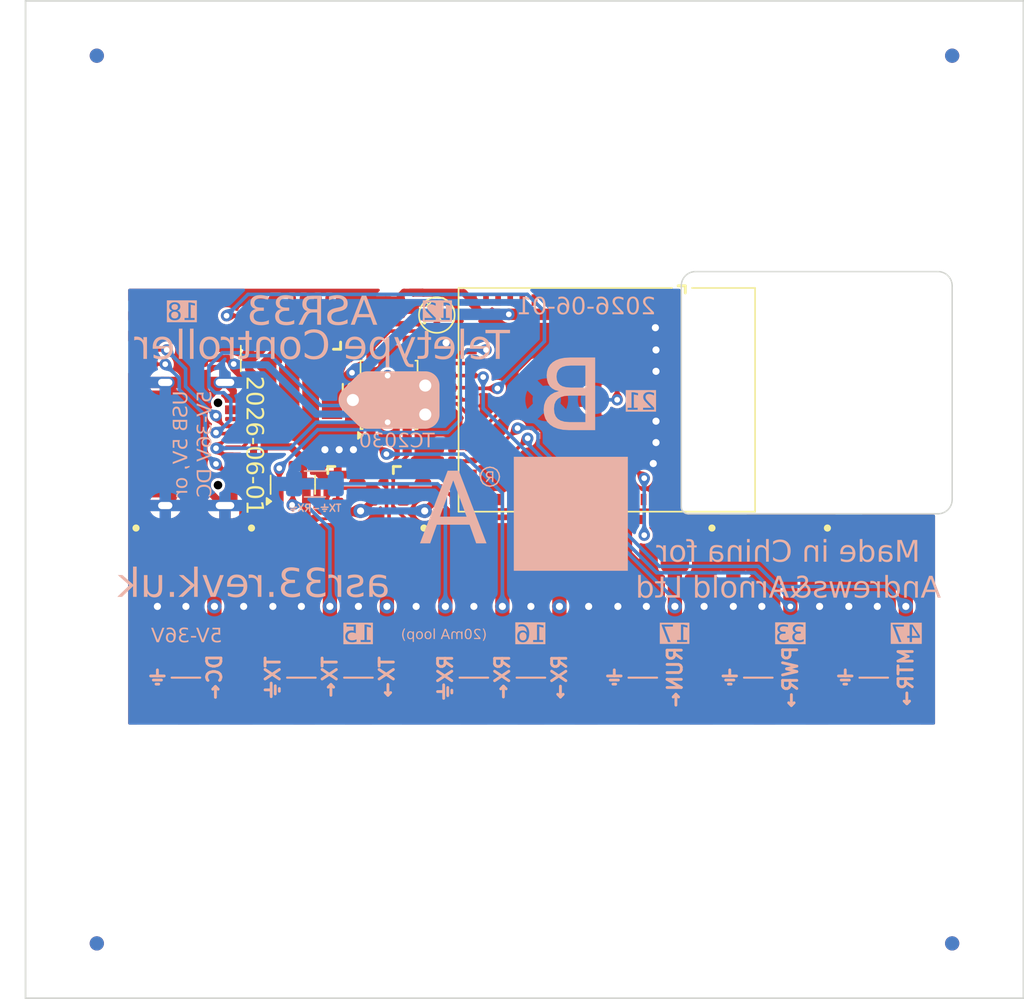
<source format=kicad_pcb>
(kicad_pcb (version 20241229) (generator "pcbnew") (generator_version "9.0")
  (title_block (title "ASR33 driver") (rev "1") (comment 1 "www.me.uk") (comment 2 "@TheRealRevK"))
  (layers (0 "F.Cu" signal) (2 "B.Cu" signal) (13 "F.Paste" user) (15 "B.Paste" user) (5 "F.SilkS" user "F.Silkscreen") (7 "B.SilkS" user "B.Silkscreen") (1 "F.Mask" user) (3 "B.Mask" user) (25 "Edge.Cuts" user))
  (net 0 "")
  (net 1 "D+")
  (net 2 "GND")
  (net 3 "D-")
  (net 4 "+3V3")
  (net 5 "VBUS")
  (net 6 "Net-(U8-EN)")
  (net 7 "MTR")
  (net 8 "PWR")
  (net 9 "RUN")
  (net 10 "RX20MA")
  (net 12 "Net-(J7-CC1)")
  (net 14 "Net-(J7-CC2)")
  (net 16 "TX20MA")
  (net 17 "BUTTON")
  (net 18 "DC")
  (net 51 "Net-(J6-Pin_2)")
  (net 52 "RGB")
  (net 53 "Net-(J1-Pin_2)")
  (net 54 "Net-(J2-Pin_3)")
  (net 55 "Net-(J2-Pin_1)")
  (net 56 "Net-(J2-Pin_2)")
  (net 59 "Net-(J1-Pin_3)")
  (footprint "RevK:SOT-457" (layer "F.Cu") (at 92.7 99.2)
    (property "Reference" "U4" (hide yes))
    (property "Value" "NCR402U")
  )
  (footprint "RevK:VCUT70N" (layer "F.Cu") (at 129 100 90)
    (property "Reference" "V4" (hide yes))
    (property "Value" "~")
  )
  (footprint "RevK:R_0402_" (layer "F.Cu") (at 85 86)
    (property "Reference" "R1" (hide yes))
    (property "Value" "124k" (hide yes))
  )
  (footprint "RevK:C_0603_" (layer "F.Cu") (at 85 89.9)
    (property "Reference" "C12" (hide yes))
    (property "Value" "100nF")
  )
  (footprint "RevK:C_0402" (layer "F.Cu") (at 104.5 101.4 180)
    (property "Reference" "C11" (hide yes))
    (property "Value" "1uF" (hide yes))
  )
  (footprint "Package_SO:SO-4_4.4x3.6mm_P2.54mm" (layer "F.Cu") (at 90.5 92.65 90)
    (property "Reference" "U5")
    (property "Value" "LTV-356T")
  )
  (footprint "RevK:WAGO-2060-452-998-404" (layer "F.Cu") (at 124.75 108 90)
    (property "Reference" "J5" (hide yes))
    (property "Value" "Mtr")
  )
  (footprint "RevK:SOT-457" (layer "F.Cu") (at 88.1 99.2)
    (property "Reference" "U3" (hide yes))
    (property "Value" "NCR402U")
  )
  (footprint "RevK:USB-C-Socket-H" (layer "F.Cu") (at 78.5 96.1 -90)
    (property "Reference" "J7" (hide yes))
    (property "Value" "USB-C-Socket-V")
  )
  (footprint "RevK:R_0402" (layer "F.Cu") (at 73.5 90.5)
    (property "Reference" "R8" (hide yes))
    (property "Value" "5K1" (hide yes))
  )
  (footprint "RevK:D_SOD-123" (layer "F.Cu") (at 79 90.1 180)
    (property "Reference" "D1" (hide yes))
    (property "Value" "D")
  )
  (footprint "RevK:VCUT70N" (layer "F.Cu") (at 72 100 90)
    (property "Reference" "V3" (hide yes))
    (property "Value" "~")
  )
  (footprint "RevK:DFN1006-2L" (layer "F.Cu") (at 94.5 91.3 180)
    (property "Reference" "D7" (hide yes))
    (property "Value" "~")
  )
  (footprint "RevK:PCB7070" (layer "F.Cu") (at 100 100)
    (property "Reference" "PCB1" (hide yes))
    (property "Value" "70x70" (hide yes))
    (fp_line (start -35 -35) (end 35 -35) (stroke (width 0.12)) (layer "Edge.Cuts"))
    (fp_line (start -35 35) (end -35 -35) (stroke (width 0.12)) (layer "Edge.Cuts"))
    (fp_line (start 35 -35) (end 35 35) (stroke (width 0.12)) (layer "Edge.Cuts"))
    (fp_line (start 35 35) (end -35 35) (stroke (width 0.12)) (layer "Edge.Cuts"))
  )
  (footprint "RevK:C_0402" (layer "F.Cu") (at 90.4 86.5 90)
    (property "Reference" "C10" (hide yes))
    (property "Value" "22uF" (hide yes))
  )
  (footprint "RevK:R_0402" (layer "F.Cu") (at 73.5 89.5 180)
    (property "Reference" "R7" (hide yes))
    (property "Value" "5K1" (hide yes))
  )
  (footprint "RevK:R_0402_" (layer "F.Cu") (at 86.8 86)
    (property "Reference" "R2" (hide yes))
    (property "Value" "39k2" (hide yes))
  )
  (footprint "RevK:SOT-23-6-MD8942" (layer "F.Cu") (at 85 87.9)
    (property "Reference" "U1" (hide yes))
    (property "Value" "MD8942")
  )
  (footprint "RevK:ESP32-S3-MINI-1" (layer "F.Cu") (at 103.25 93 -90)
    (property "Reference" "U8" (hide yes))
    (property "Value" "ESP32-S3-MINI-1" (hide yes))
  )
  (footprint "RevK:L_4x4_" (layer "F.Cu") (at 85 92.5)
    (property "Reference" "L2" (hide yes))
    (property "Value" "10uH")
  )
  (footprint "RevK:WAGO-2060-452-998-404" (layer "F.Cu") (at 76.25 108 90)
    (property "Reference" "J9" (hide yes))
    (property "Value" "DC")
  )
  (footprint "RevK:R_0402_" (layer "F.Cu") (at 83.2 86)
    (property "Reference" "R3" (hide yes))
    (property "Value" "1M" (hide yes))
  )
  (footprint "Package_TO_SOT_SMD:SOT-23" (layer "F.Cu") (at 83.75 98.9625 90)
    (property "Reference" "Q1" (hide yes))
    (property "Value" "NX7002AK")
  )
  (footprint "RevK:WAGO-2060-453-998-404" (layer "F.Cu") (at 86.35 108 90)
    (property "Reference" "J1" (hide yes))
    (property "Value" "Tx")
  )
  (footprint "RevK:VCUT70N" (layer "F.Cu") (at 100 85)
    (property "Reference" "V1" (hide yes))
    (property "Value" "~")
  )
  (footprint "RevK:DFN1006-2L" (layer "F.Cu") (at 94.525 92.15 180)
    (property "Reference" "D2" (hide yes))
    (property "Value" "~")
  )
  (footprint "RevK:DFN1006-2L" (layer "F.Cu") (at 94.5 96.4 180)
    (property "Reference" "D6" (hide yes))
    (property "Value" "~")
  )
  (footprint "RevK:WAGO-2060-453-998-404" (layer "F.Cu") (at 98.45 108 90)
    (property "Reference" "J2" (hide yes))
    (property "Value" "Rx")
  )
  (footprint "RevK:R_0402" (layer "F.Cu") (at 108.7 101.4)
    (property "Reference" "R13" (hide yes))
    (property "Value" "10K" (hide yes))
  )
  (footprint "RevK:VCUT70N" (layer "F.Cu") (at 100 116 180)
    (property "Reference" "V2" (hide yes))
    (property "Value" "~")
  )
  (footprint "RevK:C_0402" (layer "F.Cu") (at 91.3 86.5 90)
    (property "Reference" "C9" (hide yes))
    (property "Value" "100nF" (hide yes))
  )
  (footprint "RevK:C_0603_" (layer "F.Cu") (at 87.5 89.2 90)
    (property "Reference" "C8" (hide yes))
    (property "Value" "10uF 6.3V")
  )
  (footprint "RevK:SMD1010+" (layer "F.Cu") (at 93.85 87.05 45)
    (property "Reference" "D4" (hide yes))
    (property "Value" "XL-1010RGBC-WS2812B" (hide yes))
  )
  (footprint "RevK:TS-1092S-B3D2-G" (layer "F.Cu") (at 76.9 87.1)
    (property "Reference" "SW1" (hide yes))
    (property "Value" "SW_Push")
  )
  (footprint "RevK:WAGO-2060-452-998-404" (layer "F.Cu") (at 108.55 108 90)
    (property "Reference" "J3" (hide yes))
    (property "Value" "Run")
  )
  (footprint "RevK:DFN1006-2L" (layer "F.Cu") (at 94.5 97.3 180)
    (property "Reference" "D3" (hide yes))
    (property "Value" "~")
  )
  (footprint "RevK:WAGO-2060-452-998-404" (layer "F.Cu") (at 116.65 108 90)
    (property "Reference" "J4" (hide yes))
    (property "Value" "Pwr")
  )
  (footprint "RevK:C_0603_" (layer "F.Cu") (at 82.5 89.2 90)
    (property "Reference" "C1" (hide yes))
    (property "Value" "10uF 35V")
  )
  (footprint "RevK:Tag-Connect_TC2030-IDC-NL_2x03_P1.27mm_Vertical" (layer "B.Cu") (at 90.5 93.015)
    (property "Reference" "J8" (hide yes))
    (property "Value" "TC2030-USB-NL-DS")
  )
  (footprint "RevK:Pad_1206_0805_Bridged" (layer "B.Cu") (at 85.3 98.9)
    (property "Reference" "JP1" (hide yes))
    (property "Value" "Jumper_2_Bridged")
  )
  (footprint "RevK:AA-Pad" (layer "B.Cu") (at 103.25 93 180)
    (property "Reference" "J6" (hide yes))
    (property "Value" "Reset")
  )
  (gr_line (start 75.25 112.5) (end 77.25 112.5) (stroke (width 0.15)) (layer "B.SilkS"))
  (gr_line (start 115.4 112.5) (end 117.4 112.5) (stroke (width 0.15)) (layer "B.SilkS"))
  (gr_line (start 99.45 112.5) (end 101.45 112.5) (stroke (width 0.15)) (layer "B.SilkS"))
  (gr_line (start 95.45 112.5) (end 97.45 112.5) (stroke (width 0.15)) (layer "B.SilkS"))
  (gr_rect (start 99.25 97) (end 107.25 105) (fill yes) (layer "B.SilkS"))
  (gr_line (start 107.3 112.5) (end 109.3 112.5) (stroke (width 0.15)) (layer "B.SilkS"))
  (gr_line (start 83.35 112.5) (end 85.35 112.5) (stroke (width 0.15)) (layer "B.SilkS"))
  (gr_line (start 123.5 112.5) (end 125.5 112.5) (stroke (width 0.15)) (layer "B.SilkS"))
  (gr_line (start 87.35 112.5) (end 89.35 112.5) (stroke (width 0.15)) (layer "B.SilkS"))
  (gr_arc (start 129 84) (mid 129.707107 84.292893) (end 130 85) (stroke (width 0.1)) (layer "Edge.Cuts"))
  (gr_line (start 111 85) (end 111 100.5) (stroke (width 0.1)) (layer "Edge.Cuts"))
  (gr_line (start 129 101) (end 111.5 101) (stroke (width 0.1)) (layer "Edge.Cuts"))
  (gr_arc (start 111.5 101) (mid 111.146447 100.853553) (end 111 100.5) (stroke (width 0.1)) (layer "Edge.Cuts"))
  (gr_arc (start 111 85) (mid 111.292893 84.292893) (end 112 84) (stroke (width 0.1)) (layer "Edge.Cuts"))
  (gr_line (start 129 84) (end 112 84) (stroke (width 0.1)) (layer "Edge.Cuts"))
  (gr_line (start 130 100) (end 130 85) (stroke (width 0.1)) (layer "Edge.Cuts"))
  (gr_arc (start 130 100) (mid 129.707107 100.707107) (end 129 101) (stroke (width 0.1)) (layer "Edge.Cuts"))
  (gr_text "${CURRENT_DATE}" (at 81 96.2 -90) (layer "F.SilkS") (effects (font (size 1.2 1.2))))
  (gr_text "33" (at 118.65 109.5 0) (layer "B.SilkS" knockout) (effects (font (size 1.2 1.2)) (justify mirror)))
  (gr_text "TX→" (at 90.35 112.5 90) (layer "B.SilkS") (effects (font (size 1 1) (thickness 0.2)) (justify mirror)))
  (gr_text "RUN←" (at 110.55 112.5 90) (layer "B.SilkS") (effects (font (size 1 1) (thickness 0.2)) (justify mirror)))
  (gr_text "ASR33" (at 85.1 86.9 0) (layer "B.SilkS") (effects (font (size 2 2)) (justify mirror)))
  (gr_text "⏚" (at 114.4 112.5 0) (layer "B.SilkS") (effects (font (size 1 1) (thickness 0.2)) (justify mirror)))
  (gr_text "5V-36V" (at 76.3 109.6 0) (layer "B.SilkS") (effects (font (size 1 1)) (justify mirror)))
  (gr_text "${CURRENT_DATE}" (at 99.45 86.5 0) (layer "B.SilkS") (effects (font (size 1.2 1.2)) (justify right mirror)))
  (gr_text "TC2030" (at 93.7 96.5 0) (layer "B.SilkS") (effects (font (size 1 1)) (justify left bottom mirror)))
  (gr_text "TX←" (at 86.35 112.5 90) (layer "B.SilkS") (effects (font (size 1 1) (thickness 0.2)) (justify mirror)))
  (gr_text "(20mA loop)" (at 94.35 109.5 0) (layer "B.SilkS") (effects (font (size 0.7 0.7)) (justify mirror)))
  (gr_text "Teletype Controller" (at 85.8 89.3 0) (layer "B.SilkS") (effects (font (size 2 2)) (justify mirror)))
  (gr_text "PWR→" (at 118.65 112.5 90) (layer "B.SilkS") (effects (font (size 1 1) (thickness 0.2)) (justify mirror)))
  (gr_text "TX⏚" (at 82.35 112.5 90) (layer "B.SilkS") (effects (font (size 1 1) (thickness 0.2)) (justify mirror)))
  (gr_text "TX⏚-RX⏚" (at 85.3 100.6 0) (layer "B.SilkS") (effects (font (size 0.5 0.5) (thickness 0.1)) (justify mirror)))
  (gr_text "USB 5V, or\n5V-36V DC" (at 76.77 96.1 90) (layer "B.SilkS") (effects (font (size 1 1)) (justify mirror)))
  (gr_text "⏚" (at 106.3 112.5 0) (layer "B.SilkS") (effects (font (size 1 1) (thickness 0.2)) (justify mirror)))
  (gr_text "RX→" (at 102.45 112.5 90) (layer "B.SilkS") (effects (font (size 1 1) (thickness 0.2)) (justify mirror)))
  (gr_text "MTR→" (at 126.75 112.5 90) (layer "B.SilkS") (effects (font (size 1 1) (thickness 0.2)) (justify mirror)))
  (gr_text "⏚" (at 74.25 112.5 0) (layer "B.SilkS") (effects (font (size 1 1) (thickness 0.2)) (justify mirror)))
  (gr_text "RX←" (at 98.45 112.5 90) (layer "B.SilkS") (effects (font (size 1 1) (thickness 0.2)) (justify mirror)))
  (gr_text "⏚" (at 122.5 112.5 0) (layer "B.SilkS") (effects (font (size 1 1) (thickness 0.2)) (justify mirror)))
  (gr_text "®" (at 98.5 99 0) (layer "B.SilkS") (effects (font (size 1 1) (thickness 0.1) (bold yes)) (justify left bottom mirror)))
  (gr_text "DC←" (at 78.25 112.5 90) (layer "B.SilkS") (effects (font (size 1 1) (thickness 0.2)) (justify mirror)))
  (gr_text "RX⏚" (at 94.45 112.5 90) (layer "B.SilkS") (effects (font (size 1 1) (thickness 0.2)) (justify mirror)))
  (gr_text "16" (at 100.45 109.5 0) (layer "B.SilkS" knockout) (effects (font (size 1.2 1.2)) (justify mirror)))
  (gr_text "asr33.revk.uk" (at 81 106 0) (layer "B.SilkS") (effects (font (size 2 2)) (justify mirror)))
  (gr_text "21" (at 108.15 93.2 0) (layer "B.SilkS" knockout) (effects (font (size 1.2 1.2)) (justify mirror)))
  (gr_text "47" (at 126.75 109.5 0) (layer "B.SilkS" knockout) (effects (font (size 1.2 1.2)) (justify mirror)))
  (gr_text "18" (at 76 86.9 0) (layer "B.SilkS" knockout) (effects (font (size 1.2 1.2)) (justify mirror)))
  (gr_text "12" (at 93.9 86.9 0) (layer "B.SilkS" knockout) (effects (font (size 1.2 1.2)) (justify mirror)))
  (gr_text "Made in China for\nAndrews&Arnold Ltd" (at 118.5 105 0) (layer "B.SilkS") (effects (font (size 1.5 1.5)) (justify mirror)))
  (gr_text "A" (at 95 101 0) (layer "B.SilkS") (effects (font (size 5 5)) (justify mirror)))
  (gr_text "17" (at 110.55 109.5 0) (layer "B.SilkS" knockout) (effects (font (size 1.2 1.2)) (justify mirror)))
  (gr_text "15" (at 88.35 109.5 0) (layer "B.SilkS" knockout) (effects (font (size 1.2 1.2)) (justify mirror)))
  (segment (start 78.906822 95.874) (end 78.674 96.106822) (width 0.25) (layer "F.Cu") (net 1))
  (segment (start 79.57 96.85) (end 79.024 96.85) (width 0.25) (layer "F.Cu") (net 1))
  (segment (start 95.28 93.28) (end 91.72 93.28) (width 0.25) (layer "F.Cu") (net 1))
  (segment (start 78.906822 96.826) (end 79.546 96.826) (width 0.25) (layer "F.Cu") (net 1))
  (segment (start 79.57 95.85) (end 78.95 95.85) (width 0.25) (layer "F.Cu") (net 1))
  (segment (start 79.024 96.85) (end 79 96.826) (width 0.25) (layer "F.Cu") (net 1))
  (segment (start 78.674 96.593178) (end 78.906822 96.826) (width 0.25) (layer "F.Cu") (net 1))
  (segment (start 78.95 95.85) (end 78.926 95.874) (width 0.25) (layer "F.Cu") (net 1))
  (segment (start 90.425 94.575) (end 90.4 94.575) (width 0.25) (layer "F.Cu") (net 1))
  (segment (start 78.674 96.106822) (end 78.674 96.593178) (width 0.25) (layer "F.Cu") (net 1))
  (segment (start 96.25 93.85) (end 95.85 93.85) (width 0.25) (layer "F.Cu") (net 1))
  (segment (start 78.786002 96.826) (end 78.360002 96.4) (width 0.25) (layer "F.Cu") (net 1))
  (segment (start 78.926 95.874) (end 78.906822 95.874) (width 0.25) (layer "F.Cu") (net 1))
  (segment (start 91.72 93.28) (end 90.425 94.575) (width 0.25) (layer "F.Cu") (net 1))
  (segment (start 95.85 93.85) (end 95.28 93.28) (width 0.25) (layer "F.Cu") (net 1))
  (segment (start 79 96.826) (end 78.786002 96.826) (width 0.25) (layer "F.Cu") (net 1))
  (via (at 90.4 94.575) (size 0.8) (drill 0.4) (layers "F.Cu" "B.Cu") (net 1))
  (via (at 78.360002 96.4) (size 0.8) (drill 0.4) (layers "F.Cu" "B.Cu") (net 1))
  (segment (start 83.563604 96.4) (end 85.388604 94.575) (width 0.25) (layer "B.Cu") (net 1))
  (segment (start 78.360002 96.4) (end 83.563604 96.4) (width 0.25) (layer "B.Cu") (net 1))
  (segment (start 90.4 93.75) (end 90.4 94.575) (width 0.25) (layer "B.Cu") (net 1))
  (segment (start 85.388604 94.575) (end 90.4 94.575) (width 0.25) (layer "B.Cu") (net 1))
  (segment (start 77.749 99.301074) (end 78.867926 100.42) (width 0.5) (layer "F.Cu") (net 2))
  (segment (start 75.36 99.86) (end 74.8 100.42) (width 0.5) (layer "F.Cu") (net 2))
  (segment (start 75.36 95.64) (end 77.749 93.251) (width 0.5) (layer "F.Cu") (net 2))
  (segment (start 114.65 112.65) (end 114.65 103.4) (width 1) (layer "F.Cu") (net 2))
  (segment (start 74.25 112.65) (end 74.25 103.4) (width 1) (layer "F.Cu") (net 2))
  (segment (start 75.36 96.36) (end 77.749 98.749) (width 0.5) (layer "F.Cu") (net 2))
  (segment (start 94.075 91.3) (end 94.075 92.125) (width 0.5) (layer "F.Cu") (net 2))
  (segment (start 82.35 112.65) (end 82.35 103.4) (width 1) (layer "F.Cu") (net 2))
  (segment (start 77.749 93.251) (end 77.749 92.898926) (width 0.5) (layer "F.Cu") (net 2))
  (segment (start 106.55 112.65) (end 106.55 103.4) (width 1) (layer "F.Cu") (net 2))
  (segment (start 95.732087 85.482087) (end 96.25 86) (width 0.5) (layer "F.Cu") (net 2))
  (segment (start 91.3 86) (end 91.3 85.7) (width 0.5) (layer "F.Cu") (net 2))
  (segment (start 90.4 86) (end 91.3 86) (width 0.5) (layer "F.Cu") (net 2))
  (segment (start 79.57 99.3) (end 79.57 99.84) (width 0.5) (layer "F.Cu") (net 2))
  (segment (start 75.36 92.34) (end 74.8 91.78) (width 0.5) (layer "F.Cu") (net 2))
  (segment (start 92.916 85.5) (end 93.541723 85.5) (width 0.5) (layer "F.Cu") (net 2))
  (segment (start 75.36 96.1) (end 75.36 99.86) (width 0.5) (layer "F.Cu") (net 2))
  (segment (start 122.75 112.65) (end 122.75 103.4) (width 1) (layer "F.Cu") (net 2))
  (segment (start 91.549 85.451) (end 92.851 85.451) (width 0.5) (layer "F.Cu") (net 2))
  (segment (start 93.559636 85.482087) (end 95.732087 85.482087) (width 0.5) (layer "F.Cu") (net 2))
  (segment (start 93.541723 85.5) (end 93.559636 85.482087) (width 0.5) (layer "F.Cu") (net 2))
  (segment (start 79.57 92.9) (end 79.57 92.36) (width 0.5) (layer "F.Cu") (net 2))
  (segment (start 92.851 85.451) (end 92.908 85.508) (width 0.5) (layer "F.Cu") (net 2))
  (segment (start 91.3 85.7) (end 91.549 85.451) (width 0.5) (layer "F.Cu") (net 2))
  (segment (start 92.908 85.508) (end 92.916 85.5) (width 0.5) (layer "F.Cu") (net 2))
  (segment (start 79.57 92.36) (end 78.99 91.78) (width 0.5) (layer "F.Cu") (net 2))
  (segment (start 77.749 92.898926) (end 78.867926 91.78) (width 0.5) (layer "F.Cu") (net 2))
  (segment (start 77.749 98.749) (end 77.749 99.301074) (width 0.5) (layer "F.Cu") (net 2))
  (segment (start 79.57 99.84) (end 78.99 100.42) (width 0.5) (layer "F.Cu") (net 2))
  (segment (start 75.36 96.1) (end 75.36 92.34) (width 0.5) (layer "F.Cu") (net 2))
  (via (at 122.75 107.5) (size 1) (drill 0.5) (layers "F.Cu" "B.Cu") (net 2))
  (via (at 76.25 107.5) (size 1) (drill 0.5) (layers "F.Cu" "B.Cu") (net 2))
  (via (at 109.182664 87.939112) (size 1) (drill 0.5) (layers "F.Cu" "B.Cu") (net 2))
  (via (at 109.033783 97.471848) (size 1) (drill 0.5) (layers "F.Cu" "B.Cu") (net 2))
  (via (at 82.35 107.5) (size 1) (drill 0.5) (layers "F.Cu" "B.Cu") (net 2))
  (via (at 114.65 107.5) (size 1) (drill 0.5) (layers "F.Cu" "B.Cu") (net 2))
  (via (at 109.225 96) (size 1) (drill 0.5) (layers "F.Cu" "B.Cu") (net 2))
  (via (at 120.7 107.5) (size 1) (drill 0.5) (layers "F.Cu" "B.Cu") (net 2))
  (via (at 88 96.5) (size 1) (drill 0.5) (layers "F.Cu" "B.Cu") (net 2))
  (via (at 104.5 107.5) (size 1) (drill 0.5) (layers "F.Cu" "B.Cu") (net 2))
  (via (at 84.35 107.5) (size 1) (drill 0.5) (layers "F.Cu" "B.Cu") (net 2))
  (via (at 100.45 107.5) (size 1) (drill 0.5) (layers "F.Cu" "B.Cu") (net 2))
  (via (at 112.6 107.5) (size 1) (drill 0.5) (layers "F.Cu" "B.Cu") (net 2))
  (via (at 106.55 107.5) (size 1) (drill 0.5) (layers "F.Cu" "B.Cu") (net 2))
  (via (at 94.5 89) (size 1) (drill 0.5) (layers "F.Cu" "B.Cu") (net 2))
  (via (at 96.45 107.5) (size 1) (drill 0.5) (layers "F.Cu" "B.Cu") (net 2))
  (via (at 88.35 107.5) (size 1) (drill 0.5) (layers "F.Cu" "B.Cu") (net 2))
  (via (at 80.3 107.5) (size 1) (drill 0.5) (layers "F.Cu" "B.Cu") (net 2))
  (via (at 92.4 107.5) (size 1) (drill 0.5) (layers "F.Cu" "B.Cu") (net 2))
  (via (at 74.25 107.5) (size 1) (drill 0.5) (layers "F.Cu" "B.Cu") (net 2))
  (via (at 109.225 89.5) (size 1) (drill 0.5) (layers "F.Cu" "B.Cu") (net 2))
  (via (at 124.75 107.5) (size 1) (drill 0.5) (layers "F.Cu" "B.Cu") (net 2))
  (via (at 109.225 91) (size 1) (drill 0.5) (layers "F.Cu" "B.Cu") (net 2))
  (via (at 87 96.5) (size 1) (drill 0.5) (layers "F.Cu" "B.Cu") (net 2))
  (via (at 108.55 107.5) (size 1) (drill 0.5) (layers "F.Cu" "B.Cu") (net 2))
  (via (at 116.65 107.5) (size 1) (drill 0.5) (layers "F.Cu" "B.Cu") (net 2))
  (via (at 109.225 94.5) (size 1) (drill 0.5) (layers "F.Cu" "B.Cu") (net 2))
  (via (at 86 96.5) (size 1) (drill 0.5) (layers "F.Cu" "B.Cu") (net 2))
  (segment (start 91.77 92.38) (end 91.77 93.65) (width 1) (layer "B.Cu") (net 2))
  (segment (start 79.57 95.35) (end 80.15 95.35) (width 0.25) (layer "F.Cu") (net 3))
  (segment (start 90.4 91.3) (end 91.93 92.83) (width 0.25) (layer "F.Cu") (net 3))
  (segment (start 80.209178 96.35) (end 79.57 96.35) (width 0.25) (layer "F.Cu") (net 3))
  (segment (start 91.93 92.83) (end 95.5 92.83) (width 0.25) (layer "F.Cu") (net 3))
  (segment (start 79.326 95.374) (end 78.534002 95.374) (width 0.25) (layer "F.Cu") (net 3))
  (segment (start 80.466 96.093178) (end 80.209178 96.35) (width 0.25) (layer "F.Cu") (net 3))
  (segment (start 78.386772 95.244089) (end 78.360002 95.270859) (width 0.25) (layer "F.Cu") (net 3))
  (segment (start 80.466 95.606822) (end 80.466 96.093178) (width 0.25) (layer "F.Cu") (net 3))
  (segment (start 95.67 93) (end 95.5 92.83) (width 0.25) (layer "F.Cu") (net 3))
  (segment (start 96.25 93) (end 95.67 93) (width 0.25) (layer "F.Cu") (net 3))
  (segment (start 80.15 95.35) (end 80.174 95.374) (width 0.25) (layer "F.Cu") (net 3))
  (segment (start 78.534002 95.374) (end 78.404091 95.244089) (width 0.25) (layer "F.Cu") (net 3))
  (segment (start 78.360002 95.270859) (end 78.360002 95.303818) (width 0.25) (layer "F.Cu") (net 3))
  (segment (start 80.233178 95.374) (end 80.466 95.606822) (width 0.25) (layer "F.Cu") (net 3))
  (segment (start 78.404091 95.244089) (end 78.386772 95.244089) (width 0.25) (layer "F.Cu") (net 3))
  (segment (start 80.174 95.374) (end 80.233178 95.374) (width 0.25) (layer "F.Cu") (net 3))
  (via (at 78.360002 95.303818) (size 0.8) (drill 0.4) (layers "F.Cu" "B.Cu") (net 3))
  (via (at 90.4 91.3) (size 0.8) (drill 0.4) (layers "F.Cu" "B.Cu") (net 3))
  (segment (start 79.4 93) (end 78.906 92.506) (width 0.25) (layer "B.Cu") (net 3))
  (segment (start 90.4 91.3) (end 90.4 92.28) (width 0.25) (layer "B.Cu") (net 3))
  (segment (start 88.404 92.049) (end 88.404 92.03786) (width 0.25) (layer "B.Cu") (net 3))
  (segment (start 82.2 89.9) (end 85.7 93.4) (width 0.25) (layer "B.Cu") (net 3))
  (segment (start 77.864 90.636) (end 78.8 89.7) (width 0.25) (layer "B.Cu") (net 3))
  (segment (start 78.906 92.506) (end 78.289281 92.506) (width 0.25) (layer "B.Cu") (net 3))
  (segment (start 87 93.4) (end 87.2 93.2) (width 0.25) (layer "B.Cu") (net 3))
  (segment (start 87.6 92.262652) (end 88.190348 92.262652) (width 0.25) (layer "B.Cu") (net 3))
  (segment (start 85.7 93.4) (end 87 93.4) (width 0.25) (layer "B.Cu") (net 3))
  (segment (start 88.190348 92.262652) (end 88.404 92.049) (width 0.25) (layer "B.Cu") (net 3))
  (segment (start 78.496182 95.303818) (end 79.4 94.4) (width 0.25) (layer "B.Cu") (net 3))
  (segment (start 87.2 92.662652) (end 87.6 92.262652) (width 0.25) (layer "B.Cu") (net 3))
  (segment (start 87.2 93.2) (end 87.2 92.662652) (width 0.25) (layer "B.Cu") (net 3))
  (segment (start 90.147 91.553) (end 90.4 91.3) (width 0.25) (layer "B.Cu") (net 3))
  (segment (start 88.9 91.553) (end 90.147 91.553) (width 0.25) (layer "B.Cu") (net 3))
  (segment (start 78.360002 95.303818) (end 78.496182 95.303818) (width 0.25) (layer "B.Cu") (net 3))
  (segment (start 80.2 89.9) (end 82.2 89.9) (width 0.25) (layer "B.Cu") (net 3))
  (segment (start 78.8 89.7) (end 80 89.7) (width 0.25) (layer "B.Cu") (net 3))
  (segment (start 88.404 92.03786) (end 88.88786 91.554) (width 0.25) (layer "B.Cu") (net 3))
  (segment (start 77.864 92.080719) (end 77.864 90.636) (width 0.25) (layer "B.Cu") (net 3))
  (segment (start 88.88786 91.554) (end 88.899 91.554) (width 0.25) (layer "B.Cu") (net 3))
  (segment (start 79.4 94.4) (end 79.4 93) (width 0.25) (layer "B.Cu") (net 3))
  (segment (start 88.899 91.554) (end 88.9 91.553) (width 0.25) (layer "B.Cu") (net 3))
  (segment (start 78.289281 92.506) (end 77.864 92.080719) (width 0.25) (layer "B.Cu") (net 3))
  (segment (start 80 89.7) (end 80.2 89.9) (width 0.25) (layer "B.Cu") (net 3))
  (segment (start 91.4 87) (end 91.679 86.721) (width 0.5) (layer "F.Cu") (net 4))
  (segment (start 88.459 89.641) (end 88.459 88.049) (width 0.5) (layer "F.Cu") (net 4))
  (segment (start 87.5 89.975) (end 88.125 89.975) (width 0.5) (layer "F.Cu") (net 4))
  (segment (start 87.9 91.1) (end 86.5 92.5) (width 0.8) (layer "F.Cu") (net 4))
  (segment (start 108.2 101.4) (end 108.4 101.6) (width 0.25) (layer "F.Cu") (net 4))
  (segment (start 107.451 87.001) (end 107.451 97.551) (width 0.25) (layer "F.Cu") (net 4))
  (segment (start 108.4 101.6) (end 108.4 102.5) (width 0.25) (layer "F.Cu") (net 4))
  (segment (start 93.629087 86.209) (end 93.629087 86.404) (width 0.5) (layer "F.Cu") (net 4))
  (segment (start 90.4 87) (end 91.3 87) (width 0.5) (layer "F.Cu") (net 4))
  (segment (start 107.5 86.5) (end 107.451 86.549) (width 0.8) (layer "F.Cu") (net 4))
  (segment (start 89.351 88.049) (end 90.4 87) (width 0.5) (layer "F.Cu") (net 4))
  (segment (start 107.451 87.001) (end 105.849 87.001) (width 0.8) (layer "F.Cu") (net 4))
  (segment (start 91.679 86.721) (end 92.179 86.721) (width 0.5) (layer "F.Cu") (net 4))
  (segment (start 88.459 88.049) (end 89.351 88.049) (width 0.5) (layer "F.Cu") (net 4))
  (segment (start 88.125 89.975) (end 88.459 89.641) (width 0.5) (layer "F.Cu") (net 4))
  (segment (start 92.337087 86.209) (end 93.629087 86.209) (width 0.5) (layer "F.Cu") (net 4))
  (segment (start 93.629087 86.404) (end 93.85 86.183087) (width 0.5) (layer "F.Cu") (net 4))
  (segment (start 105.848002 87.000002) (end 98.9 87.000002) (width 0.8) (layer "F.Cu") (net 4))
  (segment (start 91.3 87) (end 91.4 87) (width 0.5) (layer "F.Cu") (net 4))
  (segment (start 92.337087 86.562913) (end 92.337087 86.209) (width 0.5) (layer "F.Cu") (net 4))
  (segment (start 107.5 86) (end 107.5 86.5) (width 0.8) (layer "F.Cu") (net 4))
  (segment (start 105.849 87.001) (end 105.848002 87.000002) (width 0.8) (layer "F.Cu") (net 4))
  (segment (start 107.451 97.551) (end 108.4 98.5) (width 0.25) (layer "F.Cu") (net 4))
  (segment (start 92.179 86.721) (end 92.337087 86.562913) (width 0.5) (layer "F.Cu") (net 4))
  (segment (start 107.451 86.549) (end 107.451 87.001) (width 0.8) (layer "F.Cu") (net 4))
  (via (at 108.4 102.5) (size 0.8) (drill 0.4) (layers "F.Cu" "B.Cu") (net 4))
  (via (at 108.4 98.5) (size 0.8) (drill 0.4) (layers "F.Cu" "B.Cu") (net 4))
  (via (at 87.9 91.1) (size 0.8) (drill 0.4) (layers "F.Cu" "B.Cu") (net 4))
  (via (at 98.9 87.000002) (size 0.8) (drill 0.4) (layers "F.Cu" "B.Cu") (net 4))
  (segment (start 108.4 98.5) (end 108.4 102.5) (width 0.25) (layer "B.Cu") (net 4))
  (segment (start 98.9 87.000002) (end 92.599998 87.000002) (width 0.8) (layer "B.Cu") (net 4))
  (segment (start 88.172 90.828) (end 87.9 91.1) (width 0.8) (layer "B.Cu") (net 4))
  (segment (start 92.599998 87.000002) (end 88.772 90.828) (width 0.8) (layer "B.Cu") (net 4))
  (segment (start 88.772 90.828) (end 88.172 90.828) (width 0.8) (layer "B.Cu") (net 4))
  (segment (start 80.991 97.709) (end 80.991 96.381351) (width 0.5) (layer "F.Cu") (net 5))
  (segment (start 80.591 91.777504) (end 79.6 90.786504) (width 0.5) (layer "F.Cu") (net 5))
  (segment (start 80.235956 98.5) (end 80.591 98.144956) (width 0.5) (layer "F.Cu") (net 5))
  (segment (start 79.57 93.7) (end 80.2 93.7) (width 0.5) (layer "F.Cu") (net 5))
  (segment (start 80.591 98.144956) (end 80.591 98.109) (width 0.5) (layer "F.Cu") (net 5))
  (segment (start 80.591 98.109) (end 80.991 97.709) (width 0.5) (layer "F.Cu") (net 5))
  (segment (start 77.35 90.1) (end 79.213089 90.1) (width 0.5) (layer "F.Cu") (net 5))
  (segment (start 79.213089 90.1) (end 79.6 90.486911) (width 0.5) (layer "F.Cu") (net 5))
  (segment (start 80.591 94.918649) (end 80.591 91.777504) (width 0.5) (layer "F.Cu") (net 5))
  (segment (start 79.57 98.5) (end 80.235956 98.5) (width 0.5) (layer "F.Cu") (net 5))
  (segment (start 80.249 93.749) (end 80.284956 93.749) (width 0.5) (layer "F.Cu") (net 5))
  (segment (start 80.991 96.381351) (end 81.041 96.331351) (width 0.5) (layer "F.Cu") (net 5))
  (segment (start 81.041 96.331351) (end 81.041 95.368649) (width 0.5) (layer "F.Cu") (net 5))
  (segment (start 80.2 93.7) (end 80.249 93.749) (width 0.5) (layer "F.Cu") (net 5))
  (segment (start 81.041 95.368649) (end 80.591 94.918649) (width 0.5) (layer "F.Cu") (net 5))
  (segment (start 79.6 90.786504) (end 79.6 90.486911) (width 0.5) (layer "F.Cu") (net 5))
  (segment (start 80.284956 93.749) (end 80.591 94.055044) (width 0.5) (layer "F.Cu") (net 5))
  (via (at 79.6 90.486911) (size 0.8) (drill 0.4) (layers "F.Cu" "B.Cu") (net 5))
  (segment (start 79.6 90.486911) (end 79.656544 90.543456) (width 0.5) (layer "B.Cu") (net 5))
  (segment (start 88.88 94) (end 89.23 93.65) (width 0.5) (layer "B.Cu") (net 5))
  (segment (start 79.656544 90.543456) (end 81.943456 90.543456) (width 0.5) (layer "B.Cu") (net 5))
  (segment (start 85.4 94) (end 88.88 94) (width 0.5) (layer "B.Cu") (net 5))
  (segment (start 89.23 92.38) (end 89.23 93.65) (width 1) (layer "B.Cu") (net 5))
  (segment (start 81.943456 90.543456) (end 85.4 94) (width 0.5) (layer "B.Cu") (net 5))
  (segment (start 109.154 100.754) (end 105.646 100.754) (width 0.25) (layer "F.Cu") (net 6))
  (segment (start 109.2 100) (end 109.2 100.8) (width 0.25) (layer "F.Cu") (net 6))
  (segment (start 109.2 100.8) (end 109.2 101.4) (width 0.25) (layer "F.Cu") (net 6))
  (segment (start 105.646 100.754) (end 105 101.4) (width 0.25) (layer "F.Cu") (net 6))
  (segment (start 109.2 100.8) (end 109.154 100.754) (width 0.25) (layer "F.Cu") (net 6))
  (segment (start 98.10211 96.4) (end 99.513708 94.988402) (width 0.25) (layer "F.Cu") (net 7))
  (segment (start 94.925 96.4) (end 96.25 96.4) (width 0.25) (layer "F.Cu") (net 7))
  (segment (start 96.25 96.4) (end 98.10211 96.4) (width 0.25) (layer "F.Cu") (net 7))
  (segment (start 126.75 107.5) (end 126.75 103.4) (width 1) (layer "F.Cu") (net 7))
  (segment (start 126.75 112.65) (end 126.75 107.5) (width 1) (layer "F.Cu") (net 7))
  (via (at 126.75 107.5) (size 1) (drill 0.5) (layers "F.Cu" "B.Cu") (net 7))
  (via (at 99.513708 94.988402) (size 0.8) (drill 0.4) (layers "F.Cu" "B.Cu") (net 7))
  (segment (start 123.3 106.1) (end 125.35 106.1) (width 0.25) (layer "B.Cu") (net 7))
  (segment (start 116.4 104.687347) (end 109.460139 104.687347) (width 0.25) (layer "B.Cu") (net 7))
  (segment (start 100.522762 94.972151) (end 99.529959 94.972151) (width 0.25) (layer "B.Cu") (net 7))
  (segment (start 123.3 106.1) (end 117.812653 106.1) (width 0.25) (layer "B.Cu") (net 7))
  (segment (start 100.947457 95.396846) (end 100.522762 94.972151) (width 0.25) (layer "B.Cu") (net 7))
  (segment (start 125.35 106.1) (end 126.75 107.5) (width 0.25) (layer "B.Cu") (net 7))
  (segment (start 117.812653 106.1) (end 116.4 104.687347) (width 0.25) (layer "B.Cu") (net 7))
  (segment (start 99.529959 94.972151) (end 99.513708 94.988402) (width 0.25) (layer "B.Cu") (net 7))
  (segment (start 109.460139 104.687347) (end 100.947457 96.174665) (width 0.25) (layer "B.Cu") (net 7))
  (segment (start 100.947457 96.174665) (end 100.947457 95.396846) (width 0.25) (layer "B.Cu") (net 7))
  (segment (start 98.669608 97.25) (end 100.222457 95.697151) (width 0.25) (layer "F.Cu") (net 8))
  (segment (start 118.65 107.5) (end 118.65 103.4) (width 1) (layer "F.Cu") (net 8))
  (segment (start 94.925 97.3) (end 96.2 97.3) (width 0.25) (layer "F.Cu") (net 8))
  (segment (start 118.65 112.65) (end 118.65 108) (width 1) (layer "F.Cu") (net 8))
  (segment (start 96.25 97.25) (end 98.669608 97.25) (width 0.25) (layer "F.Cu") (net 8))
  (segment (start 118.65 108) (end 118.65 107.5) (width 1) (layer "F.Cu") (net 8))
  (via (at 118.65 107.5) (size 0.8) (drill 0.4) (layers "F.Cu" "B.Cu") (net 8))
  (via (at 100.222457 95.697151) (size 0.8) (drill 0.4) (layers "F.Cu" "B.Cu") (net 8))
  (segment (start 109.273743 105.137347) (end 100.222457 96.086061) (width 0.25) (layer "B.Cu") (net 8))
  (segment (start 116.137347 105.137347) (end 118.5 107.5) (width 0.25) (layer "B.Cu") (net 8))
  (segment (start 115.5 105.137347) (end 116.137347 105.137347) (width 0.25) (layer "B.Cu") (net 8))
  (segment (start 115.5 105.137347) (end 109.273743 105.137347) (width 0.25) (layer "B.Cu") (net 8))
  (segment (start 100.222457 96.086061) (end 100.222457 95.697151) (width 0.25) (layer "B.Cu") (net 8))
  (segment (start 110.55 112.65) (end 110.55 107.5) (width 1) (layer "F.Cu") (net 9))
  (segment (start 97 91.3) (end 97.1 91.4) (width 0.25) (layer "F.Cu") (net 9))
  (segment (start 96.25 91.3) (end 97 91.3) (width 0.25) (layer "F.Cu") (net 9))
  (segment (start 110.55 107.5) (end 110.55 103.4) (width 1) (layer "F.Cu") (net 9))
  (segment (start 94.925 91.3) (end 96.25 91.3) (width 0.25) (layer "F.Cu") (net 9))
  (via (at 110.55 107.5) (size 1) (drill 0.5) (layers "F.Cu" "B.Cu") (net 9))
  (via (at 97.1 91.4) (size 0.8) (drill 0.4) (layers "F.Cu" "B.Cu") (net 9))
  (segment (start 97.1 93.6) (end 110.55 107.05) (width 0.25) (layer "B.Cu") (net 9))
  (segment (start 110.55 107.05) (end 110.55 107.5) (width 0.25) (layer "B.Cu") (net 9))
  (segment (start 97.1 91.4) (end 97.1 93.6) (width 0.25) (layer "B.Cu") (net 9))
  (segment (start 93.940702 90.45) (end 92.416 88.925298) (width 0.25) (layer "F.Cu") (net 10))
  (segment (start 92.416 88.174) (end 90.556 88.174) (width 0.25) (layer "F.Cu") (net 10))
  (segment (start 92.416 88.925298) (end 92.416 88.174) (width 0.25) (layer "F.Cu") (net 10))
  (segment (start 90.556 88.174) (end 89.23 89.5) (width 0.25) (layer "F.Cu") (net 10))
  (segment (start 96.25 90.45) (end 93.940702 90.45) (width 0.25) (layer "F.Cu") (net 10))
  (segment (start 78.360002 94.27918) (end 78.360002 94.120323) (width 0.25) (layer "F.Cu") (net 12))
  (segment (start 78.360002 94.120323) (end 78.359642 94.119963) (width 0.25) (layer "F.Cu") (net 12))
  (segment (start 79.57 94.85) (end 78.930822 94.85) (width 0.25) (layer "F.Cu") (net 12))
  (segment (start 78.930822 94.85) (end 78.360002 94.27918) (width 0.25) (layer "F.Cu") (net 12))
  (segment (start 74 89.5) (end 74.9 89.5) (width 0.25) (layer "F.Cu") (net 12))
  (via (at 78.359642 94.119963) (size 0.8) (drill 0.4) (layers "F.Cu" "B.Cu") (net 12))
  (via (at 74.9 89.5) (size 0.8) (drill 0.4) (layers "F.Cu" "B.Cu") (net 12))
  (segment (start 74.9 89.5) (end 76.226 90.826) (width 0.25) (layer "B.Cu") (net 12))
  (segment (start 78.279965 94.119963) (end 78.359642 94.119963) (width 0.25) (layer "B.Cu") (net 12))
  (segment (start 76.226 92.065998) (end 78.279965 94.119963) (width 0.25) (layer "B.Cu") (net 12))
  (segment (start 76.226 90.826) (end 76.226 92.065998) (width 0.25) (layer "B.Cu") (net 12))
  (segment (start 79.566 97.874) (end 78.734002 97.874) (width 0.25) (layer "F.Cu") (net 14))
  (segment (start 78.734002 97.874) (end 78.360002 97.5) (width 0.25) (layer "F.Cu") (net 14))
  (segment (start 74 90.5) (end 74.8 90.5) (width 0.25) (layer "F.Cu") (net 14))
  (via (at 74.8 90.5) (size 0.8) (drill 0.4) (layers "F.Cu" "B.Cu") (net 14))
  (via (at 78.360002 97.5) (size 0.8) (drill 0.4) (layers "F.Cu" "B.Cu") (net 14))
  (segment (start 75.7 91.403281) (end 75.7 91.4) (width 0.25) (layer "B.Cu") (net 14))
  (segment (start 75.776 91.479281) (end 75.7 91.403281) (width 0.25) (layer "B.Cu") (net 14))
  (segment (start 75.7 91.4) (end 74.8 90.5) (width 0.25) (layer "B.Cu") (net 14))
  (segment (start 78.360002 97.5) (end 77.6 96.739998) (width 0.25) (layer "B.Cu") (net 14))
  (segment (start 77.6 94.1) (end 75.776 92.276) (width 0.25) (layer "B.Cu") (net 14))
  (segment (start 75.776 92.276) (end 75.776 91.479281) (width 0.25) (layer "B.Cu") (net 14))
  (segment (start 77.6 96.739998) (end 77.6 94.1) (width 0.25) (layer "B.Cu") (net 14))
  (segment (start 97.3 89.5) (end 96.35 89.5) (width 0.25) (layer "F.Cu") (net 16))
  (segment (start 96.35 89.5) (end 96.25 89.6) (width 0.25) (layer "F.Cu") (net 16))
  (segment (start 82.8 99.9) (end 82.8 97.8) (width 0.25) (layer "F.Cu") (net 16))
  (via (at 97.3 89.5) (size 0.8) (drill 0.4) (layers "F.Cu" "B.Cu") (net 16))
  (via (at 82.8 97.8) (size 0.8) (drill 0.4) (layers "F.Cu" "B.Cu") (net 16))
  (segment (start 97.3 89.5) (end 96 89.5) (width 0.25) (layer "B.Cu") (net 16))
  (segment (start 96 89.5) (end 95.5 90) (width 0.25) (layer "B.Cu") (net 16))
  (segment (start 89.8 95.1) (end 85.5 95.1) (width 0.25) (layer "B.Cu") (net 16))
  (segment (start 94.6 95.3) (end 90 95.3) (width 0.25) (layer "B.Cu") (net 16))
  (segment (start 95.5 94.4) (end 94.6 95.3) (width 0.25) (layer "B.Cu") (net 16))
  (segment (start 90 95.3) (end 89.8 95.1) (width 0.25) (layer "B.Cu") (net 16))
  (segment (start 95.5 90) (end 95.5 94.4) (width 0.25) (layer "B.Cu") (net 16))
  (segment (start 85.5 95.1) (end 82.8 97.8) (width 0.25) (layer "B.Cu") (net 16))
  (segment (start 94.95 92.15) (end 96.25 92.15) (width 0.25) (layer "F.Cu") (net 17))
  (segment (start 80.85 87.1) (end 79.1 87.1) (width 0.25) (layer "F.Cu") (net 17))
  (segment (start 96.3 92.2) (end 98.1 92.2) (width 0.25) (layer "F.Cu") (net 17))
  (via (at 98.1 92.2) (size 0.8) (drill 0.4) (layers "F.Cu" "B.Cu") (net 17))
  (via (at 79.1 87.1) (size 0.8) (drill 0.4) (layers "F.Cu" "B.Cu") (net 17))
  (segment (start 101.4 88.9) (end 101.4 86.8) (width 0.25) (layer "B.Cu") (net 17))
  (segment (start 79.1 87.1) (end 80.6 85.6) (width 0.25) (layer "B.Cu") (net 17))
  (segment (start 101.4 86.8) (end 100.2 85.6) (width 0.25) (layer "B.Cu") (net 17))
  (segment (start 98.1 92.2) (end 101.4 88.9) (width 0.25) (layer "B.Cu") (net 17))
  (segment (start 100.2 85.6) (end 83.4 85.6) (width 0.25) (layer "B.Cu") (net 17))
  (segment (start 80.6 85.6) (end 83.4 85.6) (width 0.25) (layer "B.Cu") (net 17))
  (segment (start 85.451 100.551) (end 85.7 100.8) (width 0.5) (layer "F.Cu") (net 18))
  (segment (start 80.241 101.659) (end 78.5 103.4) (width 0.5) (layer "F.Cu") (net 18))
  (segment (start 78.25 112.65) (end 78.25 107.5) (width 1) (layer "F.Cu") (net 18))
  (segment (start 83.6 96.3) (end 84.1365 96.8365) (width 0.5) (layer "F.Cu") (net 18))
  (segment (start 81.574 89.499804) (end 82.5 88.573804) (width 0.5) (layer "F.Cu") (net 18))
  (segment (start 85.7 100.8) (end 86.313924 100.8) (width 0.5) (layer "F.Cu") (net 18))
  (segment (start 93.9 100.15) (end 93.65 100.15) (width 0.5) (layer "F.Cu") (net 18))
  (segment (start 86.313924 100.8) (end 86.389924 100.876) (width 0.5) (layer "F.Cu") (net 18))
  (segment (start 81.741 95.0787) (end 81.741 96.3) (width 0.5) (layer "F.Cu") (net 18))
  (segment (start 81.574 91.770554) (end 81.574 94.911699) (width 0.5) (layer "F.Cu") (net 18))
  (segment (start 81.741 98.959) (end 80.241 100.459) (width 0.5) (layer "F.Cu") (net 18))
  (segment (start 82.5 88.573804) (end 82.5 88.425) (width 0.5) (layer "F.Cu") (net 18))
  (segment (start 88.574 100.876) (end 89.3 100.15) (width 0.5) (layer "F.Cu") (net 18))
  (segment (start 85.1031 98.7115) (end 85.451 99.0594) (width 0.5) (layer "F.Cu") (net 18))
  (segment (start 93.65 100.15) (end 93 100.8) (width 0.5) (layer "F.Cu") (net 18))
  (segment (start 80.65 90.846554) (end 81.574 91.770554) (width 0.5) (layer "F.Cu") (net 18))
  (segment (start 86.389924 100.876) (end 88.574 100.876) (width 0.5) (layer "F.Cu") (net 18))
  (segment (start 81.741 96.3) (end 81.741 98.959) (width 0.5) (layer "F.Cu") (net 18))
  (segment (start 84.501 98.7115) (end 85.1031 98.7115) (width 0.5) (layer "F.Cu") (net 18))
  (segment (start 81.574 89.526) (end 81.574 89.499804) (width 0.5) (layer "F.Cu") (net 18))
  (segment (start 84.1365 96.8365) (end 84.1531 96.8365) (width 0.5) (layer "F.Cu") (net 18))
  (segment (start 81.574 94.911699) (end 81.741 95.0787) (width 0.5) (layer "F.Cu") (net 18))
  (segment (start 84.1531 96.8365) (end 84.501 97.1844) (width 0.5) (layer "F.Cu") (net 18))
  (segment (start 78.25 107.5) (end 78.25 103.4) (width 1) (layer "F.Cu") (net 18))
  (segment (start 85.451 99.0594) (end 85.451 100.551) (width 0.5) (layer "F.Cu") (net 18))
  (segment (start 81 90.1) (end 81.574 89.526) (width 0.5) (layer "F.Cu") (net 18))
  (segment (start 80.65 90.1) (end 80.65 90.846554) (width 0.5) (layer "F.Cu") (net 18))
  (segment (start 80.241 100.459) (end 80.241 101.659) (width 0.5) (layer "F.Cu") (net 18))
  (segment (start 81.741 96.3) (end 83.6 96.3) (width 0.5) (layer "F.Cu") (net 18))
  (segment (start 84.501 97.1844) (end 84.501 98.7115) (width 0.5) (layer "F.Cu") (net 18))
  (via (at 93 100.8) (size 1) (drill 0.5) (layers "F.Cu" "B.Cu") (net 18))
  (via (at 88.5 100.8) (size 1) (drill 0.5) (layers "F.Cu" "B.Cu") (net 18))
  (via (at 78.25 107.5) (size 1) (drill 0.5) (layers "F.Cu" "B.Cu") (net 18))
  (segment (start 93 100.8) (end 88.5 100.8) (width 0.5) (layer "B.Cu") (net 18))
  (segment (start 96.25 94.7) (end 97.4 94.7) (width 0.25) (layer "F.Cu") (net 51))
  (segment (start 106.024 90.424) (end 100.674 90.424) (width 0.25) (layer "F.Cu") (net 51))
  (segment (start 106.5 93) (end 106.5 90.9) (width 0.25) (layer "F.Cu") (net 51))
  (segment (start 99.9 91.198) (end 100.674 90.424) (width 0.25) (layer "F.Cu") (net 51))
  (segment (start 97.4 94.7) (end 99.9 92.2) (width 0.25) (layer "F.Cu") (net 51))
  (segment (start 106.5 90.9) (end 106.024 90.424) (width 0.25) (layer "F.Cu") (net 51))
  (segment (start 99.9 92.2) (end 99.9 91.198) (width 0.25) (layer "F.Cu") (net 51))
  (via (at 106.5 93) (size 0.8) (drill 0.4) (layers "F.Cu" "B.Cu") (net 51))
  (segment (start 106.5 93) (end 104.94 93) (width 0.25) (layer "B.Cu") (net 51))
  (segment (start 94.716913 87.05) (end 96.25 87.05) (width 0.25) (layer "F.Cu") (net 52))
  (segment (start 83.75 100.324999) (end 83.699999 100.375) (width 0.25) (layer "F.Cu") (net 53))
  (segment (start 86.35 112.65) (end 86.35 107.5) (width 1) (layer "F.Cu") (net 53))
  (segment (start 86.35 107.5) (end 86.35 103.4) (width 1) (layer "F.Cu") (net 53))
  (segment (start 83.75 98.025) (end 83.75 100.324999) (width 0.25) (layer "F.Cu") (net 53))
  (via (at 86.35 107.5) (size 1) (drill 0.5) (layers "F.Cu" "B.Cu") (net 53))
  (via (at 83.699999 100.375) (size 0.8) (drill 0.4) (layers "F.Cu" "B.Cu") (net 53))
  (segment (start 83.699999 100.375) (end 84.67091 100.375) (width 0.25) (layer "B.Cu") (net 53))
  (segment (start 86.35 102.05409) (end 86.35 107.5) (width 0.25) (layer "B.Cu") (net 53))
  (segment (start 84.67091 100.375) (end 86.35 102.05409) (width 0.25) (layer "B.Cu") (net 53))
  (segment (start 99.826 100.726) (end 95.326 100.726) (width 0.25) (layer "F.Cu") (net 54))
  (segment (start 102.45 107.5) (end 102.45 103.4) (width 1) (layer "F.Cu") (net 54))
  (segment (start 94.875 99.775001) (end 94.299999 99.2) (width 0.25) (layer "F.Cu") (net 54))
  (segment (start 95.326 100.726) (end 94.875 100.275) (width 0.25) (layer "F.Cu") (net 54))
  (segment (start 91.5 99.2) (end 93.9 99.2) (width 0.25) (layer "F.Cu") (net 54))
  (segment (start 91.5 100.15) (end 91.5 99.2) (width 0.25) (layer "F.Cu") (net 54))
  (segment (start 102.45 112.65) (end 102.45 107.5) (width 1) (layer "F.Cu") (net 54))
  (segment (start 94.299999 99.2) (end 93.9 99.2) (width 0.25) (layer "F.Cu") (net 54))
  (segment (start 94.875 100.275) (end 94.875 99.775001) (width 0.25) (layer "F.Cu") (net 54))
  (segment (start 102.5 103.4) (end 99.826 100.726) (width 0.25) (layer "F.Cu") (net 54))
  (via (at 102.45 107.5) (size 1) (drill 0.5) (layers "F.Cu" "B.Cu") (net 54))
  (segment (start 90.774 98.866702) (end 90.774 99.533298) (width 0.25) (layer "F.Cu") (net 55))
  (segment (start 90.8 98.840702) (end 90.774 98.866702) (width 0.25) (layer "F.Cu") (net 55))
  (segment (start 90.8 99.559298) (end 90.8 99.790702) (width 0.25) (layer "F.Cu") (net 55))
  (segment (start 91.77 95.8) (end 91.77 96.93) (width 0.25) (layer "F.Cu") (net 55))
  (segment (start 90.774 97.916702) (end 90.774 98.583298) (width 0.25) (layer "F.Cu") (net 55))
  (segment (start 90.8 98.609298) (end 90.8 98.840702) (width 0.25) (layer "F.Cu") (net 55))
  (segment (start 90.774 98.583298) (end 90.8 98.609298) (width 0.25) (layer "F.Cu") (net 55))
  (segment (start 91.041702 97.649) (end 90.774 97.916702) (width 0.25) (layer "F.Cu") (net 55))
  (segment (start 90.774 100.483298) (end 93.690702 103.4) (width 0.25) (layer "F.Cu") (net 55))
  (segment (start 90.774 99.533298) (end 90.8 99.559298) (width 0.25) (layer "F.Cu") (net 55))
  (segment (start 94.45 107.5) (end 94.45 103.4) (width 1) (layer "F.Cu") (net 55))
  (segment (start 90.774 99.816702) (end 90.774 100.483298) (width 0.25) (layer "F.Cu") (net 55))
  (segment (start 94.45 112.65) (end 94.45 107.5) (width 1) (layer "F.Cu") (net 55))
  (segment (start 91.77 96.93) (end 91.051 97.649) (width 0.25) (layer "F.Cu") (net 55))
  (segment (start 91.051 97.649) (end 91.041702 97.649) (width 0.25) (layer "F.Cu") (net 55))
  (segment (start 90.8 99.790702) (end 90.774 99.816702) (width 0.25) (layer "F.Cu") (net 55))
  (via (at 94.45 107.5) (size 1) (drill 0.5) (layers "F.Cu" "B.Cu") (net 55))
  (segment (start 94.45 99.45) (end 93.9 98.9) (width 0.25) (layer "B.Cu") (net 55))
  (segment (start 94.45 107.5) (end 94.45 99.45) (width 0.25) (layer "B.Cu") (net 55))
  (segment (start 86.2125 98.9) (end 93.9 98.9) (width 0.25) (layer "B.Cu") (net 55))
  (segment (start 98.45 107.5) (end 98.45 103.4) (width 1) (layer "F.Cu") (net 56))
  (segment (start 89.3 95.8) (end 90.312653 96.812653) (width 0.25) (layer "F.Cu") (net 56))
  (segment (start 98.45 112.65) (end 98.45 107.5) (width 1) (layer "F.Cu") (net 56))
  (via (at 90.312653 96.812653) (size 0.8) (drill 0.4) (layers "F.Cu" "B.Cu") (net 56))
  (via (at 98.45 107.5) (size 1) (drill 0.5) (layers "F.Cu" "B.Cu") (net 56))
  (segment (start 98.45 107.5) (end 98.45 99.55) (width 0.25) (layer "B.Cu") (net 56))
  (segment (start 98.45 99.55) (end 95.712653 96.812653) (width 0.25) (layer "B.Cu") (net 56))
  (segment (start 95.712653 96.812653) (end 90.312653 96.812653) (width 0.25) (layer "B.Cu") (net 56))
  (segment (start 98.45 107.45) (end 98.5 107.5) (width 0.25) (layer "B.Cu") (net 56))
  (segment (start 89.699999 99.2) (end 89.3 99.2) (width 0.25) (layer "F.Cu") (net 59))
  (segment (start 90.35 107.5) (end 90.35 103.4) (width 1) (layer "F.Cu") (net 59))
  (segment (start 86.9 100.15) (end 86.9 99.2) (width 0.25) (layer "F.Cu") (net 59))
  (segment (start 90.324 99.824001) (end 89.699999 99.2) (width 0.25) (layer "F.Cu") (net 59))
  (segment (start 90.5 103.4) (end 90.5 100.845694) (width 0.25) (layer "F.Cu") (net 59))
  (segment (start 90.35 112.65) (end 90.35 107.5) (width 1) (layer "F.Cu") (net 59))
  (segment (start 90.5 100.845694) (end 90.324 100.669694) (width 0.25) (layer "F.Cu") (net 59))
  (segment (start 86.9 99.2) (end 89.3 99.2) (width 0.25) (layer "F.Cu") (net 59))
  (segment (start 90.324 100.669694) (end 90.324 99.824001) (width 0.25) (layer "F.Cu") (net 59))
  (via (at 90.35 107.5) (size 1) (drill 0.5) (layers "F.Cu" "B.Cu") (net 59))
  (zone (net 2) (net_name "GND") (layers "F.Cu" "B.Cu") (connect_pads (clearance 0.2)) (min_thickness 0.2) (fill yes (thermal_gap 0.5) (thermal_bridge_width 1))
    (polygon (pts (xy 129 116) (xy 71.5 116) (xy 71.5 85) (xy 129 85)))
  )
  (zone (net 0) (net_name "") (layer "B.Cu") (connect_pads (clearance 0)) (min_thickness 0.25)
    (keepout (tracks allowed) (vias allowed) (pads allowed) (copperpour not_allowed) (footprints allowed))
    (fill (thermal_gap 0.5) (thermal_bridge_width 0.5))
    (polygon (pts (xy 86 97.75) (xy 87.5 97.75) (xy 87.5 100) (xy 86 100)))
  )
)
</source>
